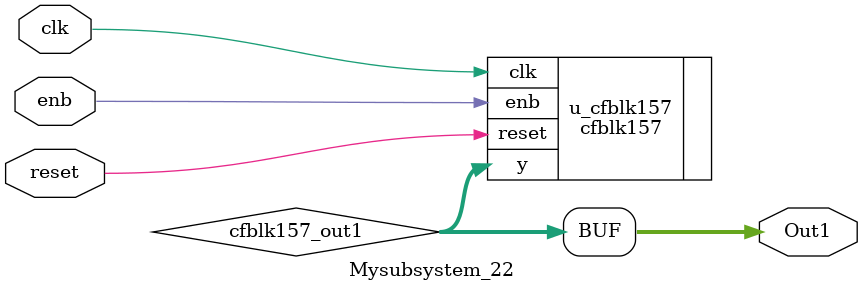
<source format=v>



`timescale 1 ns / 1 ns

module Mysubsystem_22
          (clk,
           reset,
           enb,
           Out1);


  input   clk;
  input   reset;
  input   enb;
  output  [7:0] Out1;  // uint8


  wire [7:0] cfblk157_out1;  // uint8


  cfblk157 u_cfblk157 (.clk(clk),
                       .reset(reset),
                       .enb(enb),
                       .y(cfblk157_out1)  // uint8
                       );

  assign Out1 = cfblk157_out1;

endmodule  // Mysubsystem_22


</source>
